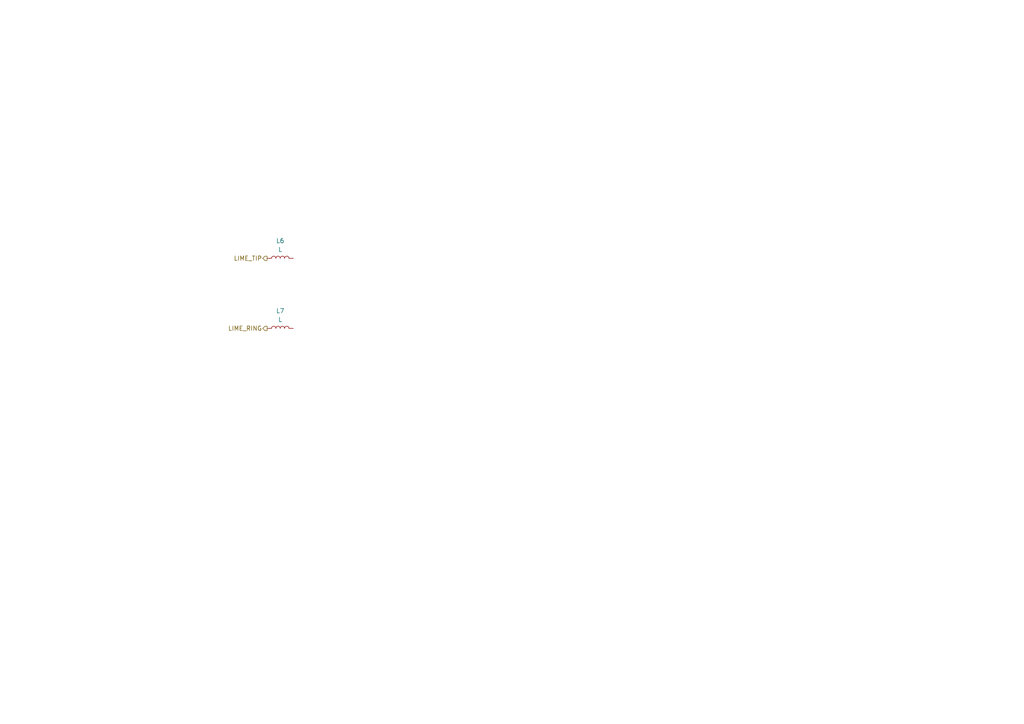
<source format=kicad_sch>
(kicad_sch (version 20230121) (generator eeschema)
  (paper "A4")
  (lib_symbols
    (symbol "Device:L" (pin_numbers hide) (pin_names (offset 1.016) hide)
      (property "Reference" "L" (at -1.27 0 90))
      (property "Value" "L" (at 1.905 0 90))
      (symbol "L_0_1"
        (arc (start 0 -2.54) (mid 0.6323 -1.905) (end 0 -1.27))
        (arc (start 0 -1.27) (mid 0.6323 -0.635) (end 0 0))
        (arc (start 0 0) (mid 0.6323 0.635) (end 0 1.27))
        (arc (start 0 1.27) (mid 0.6323 1.905) (end 0 2.54))
      )
      (symbol "L_1_1"
        (pin passive line (at 0 3.81 270) (length 1.27) (name "1") (number "1"))
        (pin passive line (at 0 -3.81 90) (length 1.27) (name "2") (number "2"))
      )
    )
  )
  (hierarchical_label "LIME_RING" (shape output) (at 77.47 95.25 180))
  (hierarchical_label "LIME_TIP" (shape output) (at 77.47 74.93 180))
  (symbol (lib_id "Device:L") (at 81.28 95.25 270) (mirror x) (unit 1)
    (property "Reference" "L7" (at 81.28 90.17 90))
    (property "Value" "L" (at 81.28 92.71 90))
    (property "Footprint" "Inductor_THT:L_Axial_L9.5mm_D4.0mm_P5.08mm_Vertical_Fastron_SMCC" (effects hide))
  )
  (symbol (lib_id "Device:L") (at 81.28 74.93 270) (mirror x) (unit 1)
    (property "Reference" "L6" (at 81.28 69.85 90))
    (property "Value" "L" (at 81.28 72.39 90))
    (property "Footprint" "Inductor_THT:L_Axial_L9.5mm_D4.0mm_P5.08mm_Vertical_Fastron_SMCC" (effects hide))
  )
)
</source>
